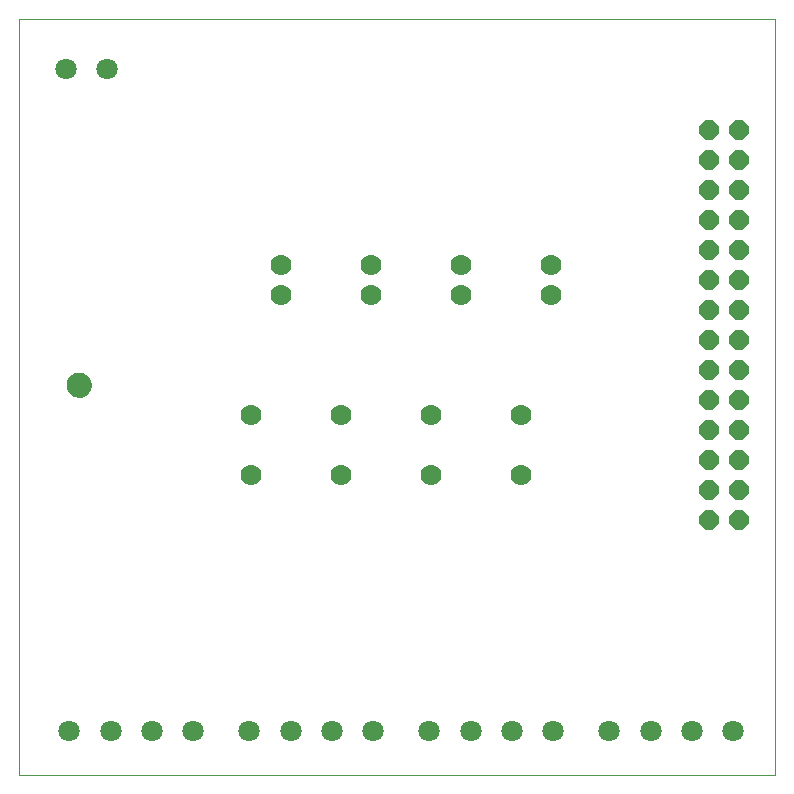
<source format=gbs>
G75*
G70*
%OFA0B0*%
%FSLAX24Y24*%
%IPPOS*%
%LPD*%
%AMOC8*
5,1,8,0,0,1.08239X$1,22.5*
%
%ADD10C,0.0000*%
%ADD11C,0.0827*%
%ADD12OC8,0.0634*%
%ADD13C,0.0709*%
%ADD14C,0.0700*%
D10*
X000101Y000101D02*
X000101Y025298D01*
X025298Y025298D01*
X025298Y000101D01*
X000101Y000101D01*
X001707Y013101D02*
X001709Y013140D01*
X001715Y013179D01*
X001725Y013217D01*
X001738Y013254D01*
X001755Y013289D01*
X001775Y013323D01*
X001799Y013354D01*
X001826Y013383D01*
X001855Y013409D01*
X001887Y013432D01*
X001921Y013452D01*
X001957Y013468D01*
X001994Y013480D01*
X002033Y013489D01*
X002072Y013494D01*
X002111Y013495D01*
X002150Y013492D01*
X002189Y013485D01*
X002226Y013474D01*
X002263Y013460D01*
X002298Y013442D01*
X002331Y013421D01*
X002362Y013396D01*
X002390Y013369D01*
X002415Y013339D01*
X002437Y013306D01*
X002456Y013272D01*
X002471Y013236D01*
X002483Y013198D01*
X002491Y013160D01*
X002495Y013121D01*
X002495Y013081D01*
X002491Y013042D01*
X002483Y013004D01*
X002471Y012966D01*
X002456Y012930D01*
X002437Y012896D01*
X002415Y012863D01*
X002390Y012833D01*
X002362Y012806D01*
X002331Y012781D01*
X002298Y012760D01*
X002263Y012742D01*
X002226Y012728D01*
X002189Y012717D01*
X002150Y012710D01*
X002111Y012707D01*
X002072Y012708D01*
X002033Y012713D01*
X001994Y012722D01*
X001957Y012734D01*
X001921Y012750D01*
X001887Y012770D01*
X001855Y012793D01*
X001826Y012819D01*
X001799Y012848D01*
X001775Y012879D01*
X001755Y012913D01*
X001738Y012948D01*
X001725Y012985D01*
X001715Y013023D01*
X001709Y013062D01*
X001707Y013101D01*
D11*
X002101Y013101D03*
D12*
X023101Y012601D03*
X023101Y013601D03*
X023101Y014601D03*
X023101Y015601D03*
X023101Y016601D03*
X023101Y017601D03*
X023101Y018601D03*
X023101Y019601D03*
X023101Y020601D03*
X023101Y021601D03*
X024101Y021601D03*
X024101Y020601D03*
X024101Y019601D03*
X024101Y018601D03*
X024101Y017601D03*
X024101Y016601D03*
X024101Y015601D03*
X024101Y014601D03*
X024101Y013601D03*
X024101Y012601D03*
X024101Y011601D03*
X024101Y010601D03*
X024101Y009601D03*
X024101Y008601D03*
X023101Y008601D03*
X023101Y009601D03*
X023101Y010601D03*
X023101Y011601D03*
D13*
X022540Y001561D03*
X021162Y001561D03*
X019784Y001561D03*
X017918Y001561D03*
X016540Y001561D03*
X015162Y001561D03*
X013784Y001561D03*
X011918Y001561D03*
X010540Y001561D03*
X009162Y001561D03*
X007784Y001561D03*
X005918Y001561D03*
X004540Y001561D03*
X003162Y001561D03*
X001784Y001561D03*
X001662Y023640D03*
X003040Y023640D03*
X023918Y001561D03*
D14*
X016851Y010101D03*
X016851Y012101D03*
X013851Y012101D03*
X013851Y010101D03*
X010851Y010101D03*
X010851Y012101D03*
X007851Y012101D03*
X007851Y010101D03*
X008851Y016101D03*
X008851Y017101D03*
X011851Y017101D03*
X011851Y016101D03*
X014851Y016101D03*
X014851Y017101D03*
X017851Y017101D03*
X017851Y016101D03*
M02*

</source>
